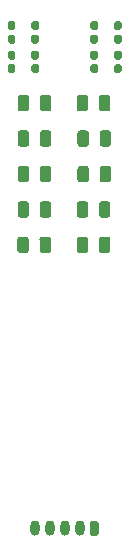
<source format=gts>
G04 #@! TF.GenerationSoftware,KiCad,Pcbnew,(5.1.10)-1*
G04 #@! TF.CreationDate,2021-09-22T20:54:56-07:00*
G04 #@! TF.ProjectId,project,70726f6a-6563-4742-9e6b-696361645f70,rev?*
G04 #@! TF.SameCoordinates,Original*
G04 #@! TF.FileFunction,Soldermask,Top*
G04 #@! TF.FilePolarity,Negative*
%FSLAX46Y46*%
G04 Gerber Fmt 4.6, Leading zero omitted, Abs format (unit mm)*
G04 Created by KiCad (PCBNEW (5.1.10)-1) date 2021-09-22 20:54:56*
%MOMM*%
%LPD*%
G01*
G04 APERTURE LIST*
%ADD10O,0.800000X1.300000*%
G04 APERTURE END LIST*
D10*
X201000000Y-92000000D03*
X202250000Y-92000000D03*
X203500000Y-92000000D03*
X204750000Y-92000000D03*
G36*
G01*
X206400000Y-91550000D02*
X206400000Y-92450000D01*
G75*
G02*
X206200000Y-92650000I-200000J0D01*
G01*
X205800000Y-92650000D01*
G75*
G02*
X205600000Y-92450000I0J200000D01*
G01*
X205600000Y-91550000D01*
G75*
G02*
X205800000Y-91350000I200000J0D01*
G01*
X206200000Y-91350000D01*
G75*
G02*
X206400000Y-91550000I0J-200000D01*
G01*
G37*
G36*
G01*
X206387500Y-56456250D02*
X206387500Y-55543750D01*
G75*
G02*
X206631250Y-55300000I243750J0D01*
G01*
X207118750Y-55300000D01*
G75*
G02*
X207362500Y-55543750I0J-243750D01*
G01*
X207362500Y-56456250D01*
G75*
G02*
X207118750Y-56700000I-243750J0D01*
G01*
X206631250Y-56700000D01*
G75*
G02*
X206387500Y-56456250I0J243750D01*
G01*
G37*
G36*
G01*
X204512500Y-56456250D02*
X204512500Y-55543750D01*
G75*
G02*
X204756250Y-55300000I243750J0D01*
G01*
X205243750Y-55300000D01*
G75*
G02*
X205487500Y-55543750I0J-243750D01*
G01*
X205487500Y-56456250D01*
G75*
G02*
X205243750Y-56700000I-243750J0D01*
G01*
X204756250Y-56700000D01*
G75*
G02*
X204512500Y-56456250I0J243750D01*
G01*
G37*
G36*
G01*
X200487500Y-55543750D02*
X200487500Y-56456250D01*
G75*
G02*
X200243750Y-56700000I-243750J0D01*
G01*
X199756250Y-56700000D01*
G75*
G02*
X199512500Y-56456250I0J243750D01*
G01*
X199512500Y-55543750D01*
G75*
G02*
X199756250Y-55300000I243750J0D01*
G01*
X200243750Y-55300000D01*
G75*
G02*
X200487500Y-55543750I0J-243750D01*
G01*
G37*
G36*
G01*
X202362500Y-55543750D02*
X202362500Y-56456250D01*
G75*
G02*
X202118750Y-56700000I-243750J0D01*
G01*
X201631250Y-56700000D01*
G75*
G02*
X201387500Y-56456250I0J243750D01*
G01*
X201387500Y-55543750D01*
G75*
G02*
X201631250Y-55300000I243750J0D01*
G01*
X202118750Y-55300000D01*
G75*
G02*
X202362500Y-55543750I0J-243750D01*
G01*
G37*
G36*
G01*
X206387500Y-68456250D02*
X206387500Y-67543750D01*
G75*
G02*
X206631250Y-67300000I243750J0D01*
G01*
X207118750Y-67300000D01*
G75*
G02*
X207362500Y-67543750I0J-243750D01*
G01*
X207362500Y-68456250D01*
G75*
G02*
X207118750Y-68700000I-243750J0D01*
G01*
X206631250Y-68700000D01*
G75*
G02*
X206387500Y-68456250I0J243750D01*
G01*
G37*
G36*
G01*
X204512500Y-68456250D02*
X204512500Y-67543750D01*
G75*
G02*
X204756250Y-67300000I243750J0D01*
G01*
X205243750Y-67300000D01*
G75*
G02*
X205487500Y-67543750I0J-243750D01*
G01*
X205487500Y-68456250D01*
G75*
G02*
X205243750Y-68700000I-243750J0D01*
G01*
X204756250Y-68700000D01*
G75*
G02*
X204512500Y-68456250I0J243750D01*
G01*
G37*
G36*
G01*
X200463139Y-67541646D02*
X200463139Y-68454146D01*
G75*
G02*
X200219389Y-68697896I-243750J0D01*
G01*
X199731889Y-68697896D01*
G75*
G02*
X199488139Y-68454146I0J243750D01*
G01*
X199488139Y-67541646D01*
G75*
G02*
X199731889Y-67297896I243750J0D01*
G01*
X200219389Y-67297896D01*
G75*
G02*
X200463139Y-67541646I0J-243750D01*
G01*
G37*
G36*
G01*
X202338139Y-67541646D02*
X202338139Y-68454146D01*
G75*
G02*
X202094389Y-68697896I-243750J0D01*
G01*
X201606889Y-68697896D01*
G75*
G02*
X201363139Y-68454146I0J243750D01*
G01*
X201363139Y-67541646D01*
G75*
G02*
X201606889Y-67297896I243750J0D01*
G01*
X202094389Y-67297896D01*
G75*
G02*
X202338139Y-67541646I0J-243750D01*
G01*
G37*
G36*
G01*
X206387500Y-65456250D02*
X206387500Y-64543750D01*
G75*
G02*
X206631250Y-64300000I243750J0D01*
G01*
X207118750Y-64300000D01*
G75*
G02*
X207362500Y-64543750I0J-243750D01*
G01*
X207362500Y-65456250D01*
G75*
G02*
X207118750Y-65700000I-243750J0D01*
G01*
X206631250Y-65700000D01*
G75*
G02*
X206387500Y-65456250I0J243750D01*
G01*
G37*
G36*
G01*
X204512500Y-65456250D02*
X204512500Y-64543750D01*
G75*
G02*
X204756250Y-64300000I243750J0D01*
G01*
X205243750Y-64300000D01*
G75*
G02*
X205487500Y-64543750I0J-243750D01*
G01*
X205487500Y-65456250D01*
G75*
G02*
X205243750Y-65700000I-243750J0D01*
G01*
X204756250Y-65700000D01*
G75*
G02*
X204512500Y-65456250I0J243750D01*
G01*
G37*
G36*
G01*
X200487500Y-64543750D02*
X200487500Y-65456250D01*
G75*
G02*
X200243750Y-65700000I-243750J0D01*
G01*
X199756250Y-65700000D01*
G75*
G02*
X199512500Y-65456250I0J243750D01*
G01*
X199512500Y-64543750D01*
G75*
G02*
X199756250Y-64300000I243750J0D01*
G01*
X200243750Y-64300000D01*
G75*
G02*
X200487500Y-64543750I0J-243750D01*
G01*
G37*
G36*
G01*
X202362500Y-64543750D02*
X202362500Y-65456250D01*
G75*
G02*
X202118750Y-65700000I-243750J0D01*
G01*
X201631250Y-65700000D01*
G75*
G02*
X201387500Y-65456250I0J243750D01*
G01*
X201387500Y-64543750D01*
G75*
G02*
X201631250Y-64300000I243750J0D01*
G01*
X202118750Y-64300000D01*
G75*
G02*
X202362500Y-64543750I0J-243750D01*
G01*
G37*
G36*
G01*
X206450000Y-62456250D02*
X206450000Y-61543750D01*
G75*
G02*
X206693750Y-61300000I243750J0D01*
G01*
X207181250Y-61300000D01*
G75*
G02*
X207425000Y-61543750I0J-243750D01*
G01*
X207425000Y-62456250D01*
G75*
G02*
X207181250Y-62700000I-243750J0D01*
G01*
X206693750Y-62700000D01*
G75*
G02*
X206450000Y-62456250I0J243750D01*
G01*
G37*
G36*
G01*
X204575000Y-62456250D02*
X204575000Y-61543750D01*
G75*
G02*
X204818750Y-61300000I243750J0D01*
G01*
X205306250Y-61300000D01*
G75*
G02*
X205550000Y-61543750I0J-243750D01*
G01*
X205550000Y-62456250D01*
G75*
G02*
X205306250Y-62700000I-243750J0D01*
G01*
X204818750Y-62700000D01*
G75*
G02*
X204575000Y-62456250I0J243750D01*
G01*
G37*
G36*
G01*
X200487500Y-61543750D02*
X200487500Y-62456250D01*
G75*
G02*
X200243750Y-62700000I-243750J0D01*
G01*
X199756250Y-62700000D01*
G75*
G02*
X199512500Y-62456250I0J243750D01*
G01*
X199512500Y-61543750D01*
G75*
G02*
X199756250Y-61300000I243750J0D01*
G01*
X200243750Y-61300000D01*
G75*
G02*
X200487500Y-61543750I0J-243750D01*
G01*
G37*
G36*
G01*
X202362500Y-61543750D02*
X202362500Y-62456250D01*
G75*
G02*
X202118750Y-62700000I-243750J0D01*
G01*
X201631250Y-62700000D01*
G75*
G02*
X201387500Y-62456250I0J243750D01*
G01*
X201387500Y-61543750D01*
G75*
G02*
X201631250Y-61300000I243750J0D01*
G01*
X202118750Y-61300000D01*
G75*
G02*
X202362500Y-61543750I0J-243750D01*
G01*
G37*
G36*
G01*
X206450000Y-59456250D02*
X206450000Y-58543750D01*
G75*
G02*
X206693750Y-58300000I243750J0D01*
G01*
X207181250Y-58300000D01*
G75*
G02*
X207425000Y-58543750I0J-243750D01*
G01*
X207425000Y-59456250D01*
G75*
G02*
X207181250Y-59700000I-243750J0D01*
G01*
X206693750Y-59700000D01*
G75*
G02*
X206450000Y-59456250I0J243750D01*
G01*
G37*
G36*
G01*
X204575000Y-59456250D02*
X204575000Y-58543750D01*
G75*
G02*
X204818750Y-58300000I243750J0D01*
G01*
X205306250Y-58300000D01*
G75*
G02*
X205550000Y-58543750I0J-243750D01*
G01*
X205550000Y-59456250D01*
G75*
G02*
X205306250Y-59700000I-243750J0D01*
G01*
X204818750Y-59700000D01*
G75*
G02*
X204575000Y-59456250I0J243750D01*
G01*
G37*
G36*
G01*
X200487500Y-58543750D02*
X200487500Y-59456250D01*
G75*
G02*
X200243750Y-59700000I-243750J0D01*
G01*
X199756250Y-59700000D01*
G75*
G02*
X199512500Y-59456250I0J243750D01*
G01*
X199512500Y-58543750D01*
G75*
G02*
X199756250Y-58300000I243750J0D01*
G01*
X200243750Y-58300000D01*
G75*
G02*
X200487500Y-58543750I0J-243750D01*
G01*
G37*
G36*
G01*
X202362500Y-58543750D02*
X202362500Y-59456250D01*
G75*
G02*
X202118750Y-59700000I-243750J0D01*
G01*
X201631250Y-59700000D01*
G75*
G02*
X201387500Y-59456250I0J243750D01*
G01*
X201387500Y-58543750D01*
G75*
G02*
X201631250Y-58300000I243750J0D01*
G01*
X202118750Y-58300000D01*
G75*
G02*
X202362500Y-58543750I0J-243750D01*
G01*
G37*
G36*
G01*
X199160000Y-49810000D02*
X198840000Y-49810000D01*
G75*
G02*
X198680000Y-49650000I0J160000D01*
G01*
X198680000Y-49205000D01*
G75*
G02*
X198840000Y-49045000I160000J0D01*
G01*
X199160000Y-49045000D01*
G75*
G02*
X199320000Y-49205000I0J-160000D01*
G01*
X199320000Y-49650000D01*
G75*
G02*
X199160000Y-49810000I-160000J0D01*
G01*
G37*
G36*
G01*
X199160000Y-50955000D02*
X198840000Y-50955000D01*
G75*
G02*
X198680000Y-50795000I0J160000D01*
G01*
X198680000Y-50350000D01*
G75*
G02*
X198840000Y-50190000I160000J0D01*
G01*
X199160000Y-50190000D01*
G75*
G02*
X199320000Y-50350000I0J-160000D01*
G01*
X199320000Y-50795000D01*
G75*
G02*
X199160000Y-50955000I-160000J0D01*
G01*
G37*
G36*
G01*
X208160000Y-52310000D02*
X207840000Y-52310000D01*
G75*
G02*
X207680000Y-52150000I0J160000D01*
G01*
X207680000Y-51705000D01*
G75*
G02*
X207840000Y-51545000I160000J0D01*
G01*
X208160000Y-51545000D01*
G75*
G02*
X208320000Y-51705000I0J-160000D01*
G01*
X208320000Y-52150000D01*
G75*
G02*
X208160000Y-52310000I-160000J0D01*
G01*
G37*
G36*
G01*
X208160000Y-53455000D02*
X207840000Y-53455000D01*
G75*
G02*
X207680000Y-53295000I0J160000D01*
G01*
X207680000Y-52850000D01*
G75*
G02*
X207840000Y-52690000I160000J0D01*
G01*
X208160000Y-52690000D01*
G75*
G02*
X208320000Y-52850000I0J-160000D01*
G01*
X208320000Y-53295000D01*
G75*
G02*
X208160000Y-53455000I-160000J0D01*
G01*
G37*
G36*
G01*
X201160000Y-52310000D02*
X200840000Y-52310000D01*
G75*
G02*
X200680000Y-52150000I0J160000D01*
G01*
X200680000Y-51705000D01*
G75*
G02*
X200840000Y-51545000I160000J0D01*
G01*
X201160000Y-51545000D01*
G75*
G02*
X201320000Y-51705000I0J-160000D01*
G01*
X201320000Y-52150000D01*
G75*
G02*
X201160000Y-52310000I-160000J0D01*
G01*
G37*
G36*
G01*
X201160000Y-53455000D02*
X200840000Y-53455000D01*
G75*
G02*
X200680000Y-53295000I0J160000D01*
G01*
X200680000Y-52850000D01*
G75*
G02*
X200840000Y-52690000I160000J0D01*
G01*
X201160000Y-52690000D01*
G75*
G02*
X201320000Y-52850000I0J-160000D01*
G01*
X201320000Y-53295000D01*
G75*
G02*
X201160000Y-53455000I-160000J0D01*
G01*
G37*
G36*
G01*
X206160000Y-49810000D02*
X205840000Y-49810000D01*
G75*
G02*
X205680000Y-49650000I0J160000D01*
G01*
X205680000Y-49205000D01*
G75*
G02*
X205840000Y-49045000I160000J0D01*
G01*
X206160000Y-49045000D01*
G75*
G02*
X206320000Y-49205000I0J-160000D01*
G01*
X206320000Y-49650000D01*
G75*
G02*
X206160000Y-49810000I-160000J0D01*
G01*
G37*
G36*
G01*
X206160000Y-50955000D02*
X205840000Y-50955000D01*
G75*
G02*
X205680000Y-50795000I0J160000D01*
G01*
X205680000Y-50350000D01*
G75*
G02*
X205840000Y-50190000I160000J0D01*
G01*
X206160000Y-50190000D01*
G75*
G02*
X206320000Y-50350000I0J-160000D01*
G01*
X206320000Y-50795000D01*
G75*
G02*
X206160000Y-50955000I-160000J0D01*
G01*
G37*
G36*
G01*
X201160000Y-49810000D02*
X200840000Y-49810000D01*
G75*
G02*
X200680000Y-49650000I0J160000D01*
G01*
X200680000Y-49205000D01*
G75*
G02*
X200840000Y-49045000I160000J0D01*
G01*
X201160000Y-49045000D01*
G75*
G02*
X201320000Y-49205000I0J-160000D01*
G01*
X201320000Y-49650000D01*
G75*
G02*
X201160000Y-49810000I-160000J0D01*
G01*
G37*
G36*
G01*
X201160000Y-50955000D02*
X200840000Y-50955000D01*
G75*
G02*
X200680000Y-50795000I0J160000D01*
G01*
X200680000Y-50350000D01*
G75*
G02*
X200840000Y-50190000I160000J0D01*
G01*
X201160000Y-50190000D01*
G75*
G02*
X201320000Y-50350000I0J-160000D01*
G01*
X201320000Y-50795000D01*
G75*
G02*
X201160000Y-50955000I-160000J0D01*
G01*
G37*
G36*
G01*
X206160000Y-52310000D02*
X205840000Y-52310000D01*
G75*
G02*
X205680000Y-52150000I0J160000D01*
G01*
X205680000Y-51705000D01*
G75*
G02*
X205840000Y-51545000I160000J0D01*
G01*
X206160000Y-51545000D01*
G75*
G02*
X206320000Y-51705000I0J-160000D01*
G01*
X206320000Y-52150000D01*
G75*
G02*
X206160000Y-52310000I-160000J0D01*
G01*
G37*
G36*
G01*
X206160000Y-53455000D02*
X205840000Y-53455000D01*
G75*
G02*
X205680000Y-53295000I0J160000D01*
G01*
X205680000Y-52850000D01*
G75*
G02*
X205840000Y-52690000I160000J0D01*
G01*
X206160000Y-52690000D01*
G75*
G02*
X206320000Y-52850000I0J-160000D01*
G01*
X206320000Y-53295000D01*
G75*
G02*
X206160000Y-53455000I-160000J0D01*
G01*
G37*
G36*
G01*
X199160000Y-52310000D02*
X198840000Y-52310000D01*
G75*
G02*
X198680000Y-52150000I0J160000D01*
G01*
X198680000Y-51705000D01*
G75*
G02*
X198840000Y-51545000I160000J0D01*
G01*
X199160000Y-51545000D01*
G75*
G02*
X199320000Y-51705000I0J-160000D01*
G01*
X199320000Y-52150000D01*
G75*
G02*
X199160000Y-52310000I-160000J0D01*
G01*
G37*
G36*
G01*
X199160000Y-53455000D02*
X198840000Y-53455000D01*
G75*
G02*
X198680000Y-53295000I0J160000D01*
G01*
X198680000Y-52850000D01*
G75*
G02*
X198840000Y-52690000I160000J0D01*
G01*
X199160000Y-52690000D01*
G75*
G02*
X199320000Y-52850000I0J-160000D01*
G01*
X199320000Y-53295000D01*
G75*
G02*
X199160000Y-53455000I-160000J0D01*
G01*
G37*
G36*
G01*
X208160000Y-49810000D02*
X207840000Y-49810000D01*
G75*
G02*
X207680000Y-49650000I0J160000D01*
G01*
X207680000Y-49205000D01*
G75*
G02*
X207840000Y-49045000I160000J0D01*
G01*
X208160000Y-49045000D01*
G75*
G02*
X208320000Y-49205000I0J-160000D01*
G01*
X208320000Y-49650000D01*
G75*
G02*
X208160000Y-49810000I-160000J0D01*
G01*
G37*
G36*
G01*
X208160000Y-50955000D02*
X207840000Y-50955000D01*
G75*
G02*
X207680000Y-50795000I0J160000D01*
G01*
X207680000Y-50350000D01*
G75*
G02*
X207840000Y-50190000I160000J0D01*
G01*
X208160000Y-50190000D01*
G75*
G02*
X208320000Y-50350000I0J-160000D01*
G01*
X208320000Y-50795000D01*
G75*
G02*
X208160000Y-50955000I-160000J0D01*
G01*
G37*
M02*

</source>
